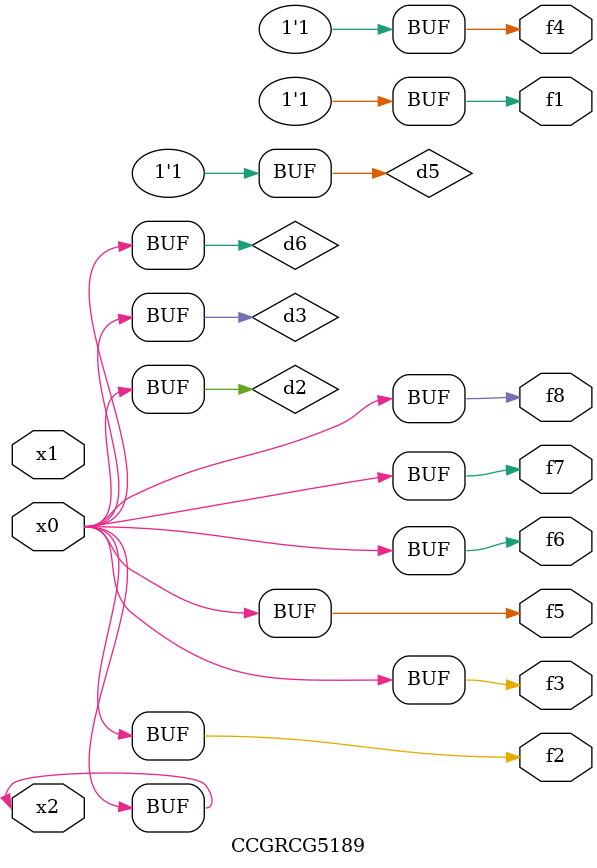
<source format=v>
module CCGRCG5189(
	input x0, x1, x2,
	output f1, f2, f3, f4, f5, f6, f7, f8
);

	wire d1, d2, d3, d4, d5, d6;

	xnor (d1, x2);
	buf (d2, x0, x2);
	and (d3, x0);
	xnor (d4, x1, x2);
	nand (d5, d1, d3);
	buf (d6, d2, d3);
	assign f1 = d5;
	assign f2 = d6;
	assign f3 = d6;
	assign f4 = d5;
	assign f5 = d6;
	assign f6 = d6;
	assign f7 = d6;
	assign f8 = d6;
endmodule

</source>
